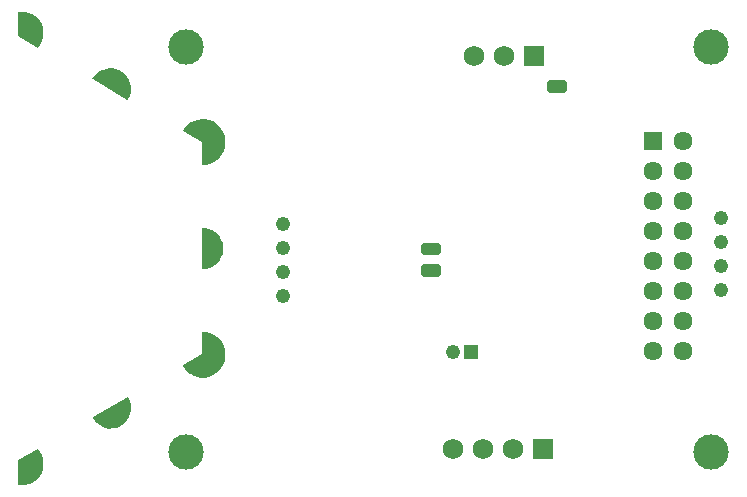
<source format=gbr>
G04 EAGLE Gerber RS-274X export*
G75*
%MOMM*%
%FSLAX34Y34*%
%LPD*%
%INSoldermask Bottom*%
%IPPOS*%
%AMOC8*
5,1,8,0,0,1.08239X$1,22.5*%
G01*
%ADD10C,3.001600*%
%ADD11C,1.244600*%
%ADD12R,1.752600X1.752600*%
%ADD13C,1.752600*%
%ADD14R,1.609600X1.609600*%
%ADD15C,1.609600*%
%ADD16R,1.244600X1.244600*%
%ADD17C,1.101600*%
%ADD18C,0.605878*%

G36*
X-246364Y-113442D02*
X-246364Y-113442D01*
X-246330Y-113434D01*
X-246281Y-113432D01*
X-243168Y-112774D01*
X-243136Y-112760D01*
X-243088Y-112750D01*
X-240128Y-111582D01*
X-240099Y-111563D01*
X-240053Y-111545D01*
X-237329Y-109900D01*
X-237304Y-109876D01*
X-237262Y-109851D01*
X-234851Y-107775D01*
X-234829Y-107747D01*
X-234792Y-107715D01*
X-232761Y-105266D01*
X-232744Y-105235D01*
X-232713Y-105197D01*
X-231119Y-102443D01*
X-231108Y-102410D01*
X-231083Y-102368D01*
X-229970Y-99387D01*
X-229965Y-99352D01*
X-229948Y-99306D01*
X-229348Y-96181D01*
X-229348Y-96146D01*
X-229339Y-96098D01*
X-229269Y-92917D01*
X-229275Y-92883D01*
X-229274Y-92834D01*
X-229735Y-89685D01*
X-229747Y-89652D01*
X-229754Y-89604D01*
X-230733Y-86577D01*
X-230751Y-86546D01*
X-230766Y-86499D01*
X-232237Y-83678D01*
X-232259Y-83651D01*
X-232281Y-83607D01*
X-234202Y-81070D01*
X-234228Y-81047D01*
X-234258Y-81008D01*
X-236575Y-78827D01*
X-236605Y-78809D01*
X-236640Y-78775D01*
X-239288Y-77011D01*
X-239321Y-76998D01*
X-239362Y-76971D01*
X-242267Y-75673D01*
X-242291Y-75668D01*
X-242310Y-75657D01*
X-242328Y-75654D01*
X-242346Y-75646D01*
X-245427Y-74851D01*
X-245462Y-74849D01*
X-245509Y-74837D01*
X-248680Y-74567D01*
X-248709Y-74570D01*
X-248739Y-74565D01*
X-248807Y-74581D01*
X-248877Y-74589D01*
X-248903Y-74604D01*
X-248932Y-74611D01*
X-248989Y-74653D01*
X-249050Y-74688D01*
X-249068Y-74711D01*
X-249092Y-74729D01*
X-249128Y-74789D01*
X-249171Y-74846D01*
X-249178Y-74874D01*
X-249194Y-74900D01*
X-249210Y-74996D01*
X-249221Y-75038D01*
X-249219Y-75050D01*
X-249221Y-75064D01*
X-249221Y-93775D01*
X-265471Y-103131D01*
X-265493Y-103151D01*
X-265520Y-103163D01*
X-265567Y-103216D01*
X-265620Y-103263D01*
X-265633Y-103289D01*
X-265653Y-103311D01*
X-265676Y-103378D01*
X-265706Y-103442D01*
X-265708Y-103472D01*
X-265717Y-103499D01*
X-265712Y-103570D01*
X-265715Y-103641D01*
X-265705Y-103669D01*
X-265703Y-103698D01*
X-265662Y-103786D01*
X-265659Y-103797D01*
X-265656Y-103801D01*
X-265646Y-103827D01*
X-265638Y-103836D01*
X-265632Y-103848D01*
X-263819Y-106463D01*
X-263794Y-106488D01*
X-263766Y-106528D01*
X-261543Y-108804D01*
X-261514Y-108824D01*
X-261480Y-108859D01*
X-258907Y-110732D01*
X-258876Y-110747D01*
X-258836Y-110775D01*
X-255988Y-112194D01*
X-255954Y-112203D01*
X-255910Y-112225D01*
X-252865Y-113148D01*
X-252830Y-113151D01*
X-252783Y-113165D01*
X-249627Y-113568D01*
X-249592Y-113565D01*
X-249543Y-113572D01*
X-246364Y-113442D01*
G37*
G36*
X-248694Y66440D02*
X-248694Y66440D01*
X-248680Y66439D01*
X-245509Y66709D01*
X-245476Y66719D01*
X-245427Y66723D01*
X-242346Y67518D01*
X-242314Y67533D01*
X-242267Y67545D01*
X-239362Y68843D01*
X-239333Y68863D01*
X-239288Y68883D01*
X-236640Y70647D01*
X-236615Y70672D01*
X-236575Y70699D01*
X-234258Y72880D01*
X-234238Y72909D01*
X-234202Y72942D01*
X-232281Y75479D01*
X-232266Y75511D01*
X-232237Y75550D01*
X-230766Y78371D01*
X-230756Y78405D01*
X-230733Y78449D01*
X-229754Y81476D01*
X-229750Y81511D01*
X-229735Y81557D01*
X-229274Y84706D01*
X-229276Y84741D01*
X-229269Y84789D01*
X-229339Y87970D01*
X-229347Y88005D01*
X-229348Y88053D01*
X-229948Y91178D01*
X-229961Y91211D01*
X-229970Y91259D01*
X-231083Y94240D01*
X-231102Y94269D01*
X-231119Y94315D01*
X-232713Y97069D01*
X-232736Y97095D01*
X-232761Y97138D01*
X-234792Y99587D01*
X-234819Y99609D01*
X-234851Y99647D01*
X-237262Y101723D01*
X-237292Y101740D01*
X-237329Y101772D01*
X-240053Y103417D01*
X-240086Y103429D01*
X-240128Y103454D01*
X-243088Y104622D01*
X-243122Y104628D01*
X-243168Y104646D01*
X-246281Y105304D01*
X-246316Y105304D01*
X-246364Y105314D01*
X-249543Y105444D01*
X-249578Y105438D01*
X-249627Y105440D01*
X-252783Y105037D01*
X-252816Y105026D01*
X-252865Y105020D01*
X-255910Y104097D01*
X-255941Y104080D01*
X-255988Y104066D01*
X-258836Y102647D01*
X-258864Y102626D01*
X-258907Y102604D01*
X-261480Y100731D01*
X-261503Y100705D01*
X-261543Y100676D01*
X-263766Y98400D01*
X-263785Y98370D01*
X-263819Y98335D01*
X-265632Y95720D01*
X-265644Y95693D01*
X-265663Y95671D01*
X-265683Y95603D01*
X-265711Y95538D01*
X-265711Y95508D01*
X-265719Y95480D01*
X-265711Y95410D01*
X-265712Y95339D01*
X-265700Y95312D01*
X-265697Y95282D01*
X-265662Y95221D01*
X-265635Y95155D01*
X-265614Y95135D01*
X-265599Y95109D01*
X-265524Y95047D01*
X-265493Y95017D01*
X-265482Y95012D01*
X-265471Y95003D01*
X-249221Y85647D01*
X-249221Y66936D01*
X-249215Y66907D01*
X-249218Y66877D01*
X-249196Y66810D01*
X-249182Y66741D01*
X-249165Y66717D01*
X-249156Y66688D01*
X-249109Y66635D01*
X-249069Y66577D01*
X-249044Y66561D01*
X-249024Y66539D01*
X-248961Y66508D01*
X-248902Y66470D01*
X-248872Y66465D01*
X-248845Y66452D01*
X-248748Y66444D01*
X-248705Y66437D01*
X-248694Y66440D01*
G37*
G36*
X-324700Y-156485D02*
X-324700Y-156485D01*
X-324666Y-156477D01*
X-324618Y-156476D01*
X-321858Y-155939D01*
X-321826Y-155926D01*
X-321778Y-155917D01*
X-319144Y-154933D01*
X-319115Y-154915D01*
X-319070Y-154898D01*
X-316634Y-153494D01*
X-316608Y-153471D01*
X-316566Y-153447D01*
X-314394Y-151662D01*
X-314372Y-151635D01*
X-314335Y-151604D01*
X-312487Y-149485D01*
X-312470Y-149455D01*
X-312438Y-149419D01*
X-310964Y-147025D01*
X-310952Y-146992D01*
X-310926Y-146951D01*
X-309866Y-144347D01*
X-309860Y-144313D01*
X-309841Y-144269D01*
X-309224Y-141526D01*
X-309224Y-141491D01*
X-309213Y-141444D01*
X-309056Y-138637D01*
X-309061Y-138602D01*
X-309060Y-138583D01*
X-309058Y-138571D01*
X-309059Y-138566D01*
X-309058Y-138554D01*
X-309365Y-135759D01*
X-309376Y-135726D01*
X-309381Y-135678D01*
X-310144Y-132972D01*
X-310159Y-132941D01*
X-310172Y-132895D01*
X-311370Y-130351D01*
X-311388Y-130328D01*
X-311398Y-130301D01*
X-311447Y-130249D01*
X-311489Y-130192D01*
X-311514Y-130177D01*
X-311534Y-130156D01*
X-311600Y-130127D01*
X-311661Y-130092D01*
X-311690Y-130088D01*
X-311716Y-130076D01*
X-311788Y-130075D01*
X-311858Y-130066D01*
X-311886Y-130074D01*
X-311915Y-130074D01*
X-312009Y-130108D01*
X-312050Y-130120D01*
X-312058Y-130127D01*
X-312071Y-130131D01*
X-341571Y-147131D01*
X-341593Y-147151D01*
X-341620Y-147163D01*
X-341667Y-147216D01*
X-341720Y-147263D01*
X-341733Y-147289D01*
X-341752Y-147311D01*
X-341776Y-147378D01*
X-341806Y-147442D01*
X-341808Y-147472D01*
X-341817Y-147499D01*
X-341812Y-147570D01*
X-341813Y-147582D01*
X-341814Y-147591D01*
X-341813Y-147594D01*
X-341815Y-147641D01*
X-341805Y-147668D01*
X-341803Y-147698D01*
X-341774Y-147760D01*
X-341768Y-147784D01*
X-341756Y-147800D01*
X-341746Y-147827D01*
X-341738Y-147836D01*
X-341733Y-147848D01*
X-340132Y-150160D01*
X-340107Y-150184D01*
X-340080Y-150224D01*
X-338121Y-152241D01*
X-338092Y-152260D01*
X-338059Y-152295D01*
X-335795Y-153962D01*
X-335763Y-153976D01*
X-335724Y-154005D01*
X-333217Y-155277D01*
X-333183Y-155286D01*
X-333140Y-155308D01*
X-330458Y-156149D01*
X-330423Y-156153D01*
X-330377Y-156167D01*
X-327593Y-156556D01*
X-327558Y-156554D01*
X-327510Y-156560D01*
X-324700Y-156485D01*
G37*
G36*
X-311955Y121950D02*
X-311955Y121950D01*
X-311884Y121956D01*
X-311859Y121970D01*
X-311830Y121975D01*
X-311771Y122015D01*
X-311708Y122048D01*
X-311690Y122070D01*
X-311665Y122087D01*
X-311608Y122169D01*
X-311581Y122201D01*
X-311578Y122212D01*
X-311570Y122223D01*
X-310372Y124767D01*
X-310364Y124801D01*
X-310344Y124844D01*
X-309581Y127550D01*
X-309578Y127585D01*
X-309565Y127631D01*
X-309258Y130426D01*
X-309261Y130461D01*
X-309256Y130509D01*
X-309413Y133316D01*
X-309422Y133349D01*
X-309424Y133398D01*
X-310041Y136141D01*
X-310056Y136172D01*
X-310066Y136219D01*
X-311126Y138823D01*
X-311145Y138852D01*
X-311164Y138897D01*
X-312638Y141291D01*
X-312662Y141316D01*
X-312687Y141357D01*
X-314535Y143476D01*
X-314563Y143497D01*
X-314594Y143534D01*
X-316766Y145319D01*
X-316797Y145336D01*
X-316834Y145366D01*
X-319270Y146770D01*
X-319303Y146781D01*
X-319344Y146805D01*
X-321978Y147789D01*
X-322013Y147794D01*
X-322058Y147811D01*
X-324818Y148348D01*
X-324852Y148348D01*
X-324900Y148357D01*
X-327710Y148432D01*
X-327744Y148426D01*
X-327793Y148428D01*
X-330577Y148039D01*
X-330610Y148028D01*
X-330658Y148021D01*
X-333340Y147180D01*
X-333371Y147163D01*
X-333417Y147149D01*
X-335924Y145877D01*
X-335952Y145855D01*
X-335995Y145834D01*
X-338259Y144167D01*
X-338282Y144141D01*
X-338321Y144113D01*
X-340280Y142096D01*
X-340299Y142067D01*
X-340332Y142032D01*
X-341933Y139720D01*
X-341944Y139693D01*
X-341963Y139671D01*
X-341983Y139603D01*
X-342011Y139537D01*
X-342011Y139508D01*
X-342019Y139480D01*
X-342011Y139410D01*
X-342012Y139339D01*
X-342000Y139312D01*
X-341997Y139283D01*
X-341962Y139221D01*
X-341935Y139155D01*
X-341914Y139135D01*
X-341900Y139109D01*
X-341823Y139046D01*
X-341792Y139016D01*
X-341782Y139012D01*
X-341771Y139003D01*
X-312271Y122003D01*
X-312244Y121994D01*
X-312220Y121978D01*
X-312150Y121963D01*
X-312083Y121940D01*
X-312054Y121943D01*
X-312025Y121937D01*
X-311955Y121950D01*
G37*
G36*
X-248695Y-21560D02*
X-248695Y-21560D01*
X-248681Y-21562D01*
X-245883Y-21330D01*
X-245849Y-21320D01*
X-245801Y-21316D01*
X-243080Y-20627D01*
X-243048Y-20612D01*
X-243002Y-20600D01*
X-240430Y-19472D01*
X-240402Y-19452D01*
X-240358Y-19433D01*
X-238007Y-17897D01*
X-237983Y-17873D01*
X-237942Y-17847D01*
X-235877Y-15945D01*
X-235864Y-15928D01*
X-235852Y-15919D01*
X-235841Y-15903D01*
X-235821Y-15884D01*
X-234096Y-13669D01*
X-234081Y-13638D01*
X-234051Y-13600D01*
X-232715Y-11130D01*
X-232705Y-11097D01*
X-232682Y-11055D01*
X-231770Y-8399D01*
X-231766Y-8365D01*
X-231750Y-8319D01*
X-231288Y-5550D01*
X-231289Y-5515D01*
X-231281Y-5468D01*
X-231281Y-2660D01*
X-231288Y-2626D01*
X-231288Y-2578D01*
X-231750Y191D01*
X-231762Y224D01*
X-231770Y271D01*
X-232682Y2927D01*
X-232699Y2957D01*
X-232715Y3002D01*
X-234051Y5472D01*
X-234073Y5498D01*
X-234096Y5541D01*
X-235821Y7756D01*
X-235847Y7779D01*
X-235877Y7817D01*
X-237942Y9719D01*
X-237972Y9737D01*
X-238007Y9769D01*
X-240358Y11305D01*
X-240390Y11318D01*
X-240430Y11344D01*
X-243002Y12472D01*
X-243035Y12479D01*
X-243080Y12499D01*
X-245801Y13188D01*
X-245836Y13190D01*
X-245883Y13202D01*
X-248681Y13434D01*
X-248710Y13430D01*
X-248739Y13435D01*
X-248808Y13419D01*
X-248878Y13410D01*
X-248904Y13396D01*
X-248932Y13389D01*
X-248989Y13347D01*
X-249051Y13312D01*
X-249069Y13288D01*
X-249092Y13271D01*
X-249128Y13210D01*
X-249171Y13153D01*
X-249179Y13125D01*
X-249194Y13100D01*
X-249210Y13002D01*
X-249221Y12961D01*
X-249219Y12950D01*
X-249221Y12936D01*
X-249221Y-21064D01*
X-249215Y-21093D01*
X-249218Y-21122D01*
X-249196Y-21189D01*
X-249182Y-21259D01*
X-249165Y-21283D01*
X-249156Y-21311D01*
X-249109Y-21364D01*
X-249069Y-21423D01*
X-249045Y-21439D01*
X-249025Y-21461D01*
X-248961Y-21492D01*
X-248902Y-21530D01*
X-248873Y-21535D01*
X-248847Y-21547D01*
X-248747Y-21556D01*
X-248705Y-21563D01*
X-248695Y-21560D01*
G37*
G36*
X-398783Y-204283D02*
X-398783Y-204283D01*
X-398750Y-204274D01*
X-398703Y-204270D01*
X-395884Y-203573D01*
X-395853Y-203558D01*
X-395807Y-203547D01*
X-393138Y-202402D01*
X-393110Y-202383D01*
X-393066Y-202364D01*
X-390618Y-200801D01*
X-390594Y-200778D01*
X-390554Y-200752D01*
X-388391Y-198813D01*
X-388371Y-198786D01*
X-388336Y-198754D01*
X-386517Y-196490D01*
X-386501Y-196460D01*
X-386471Y-196423D01*
X-385043Y-193894D01*
X-385033Y-193862D01*
X-385009Y-193820D01*
X-384011Y-191093D01*
X-384006Y-191059D01*
X-383989Y-191015D01*
X-383446Y-188162D01*
X-383446Y-188128D01*
X-383437Y-188081D01*
X-383364Y-185178D01*
X-383370Y-185144D01*
X-383369Y-185097D01*
X-383767Y-182220D01*
X-383778Y-182188D01*
X-383785Y-182141D01*
X-384644Y-179367D01*
X-384656Y-179346D01*
X-384657Y-179343D01*
X-384661Y-179337D01*
X-384675Y-179292D01*
X-385973Y-176694D01*
X-385994Y-176667D01*
X-386015Y-176624D01*
X-387718Y-174271D01*
X-387778Y-174216D01*
X-387834Y-174156D01*
X-387851Y-174149D01*
X-387864Y-174137D01*
X-387941Y-174109D01*
X-388016Y-174076D01*
X-388034Y-174076D01*
X-388051Y-174070D01*
X-388133Y-174075D01*
X-388215Y-174074D01*
X-388234Y-174080D01*
X-388250Y-174081D01*
X-388290Y-174101D01*
X-388371Y-174131D01*
X-404871Y-183631D01*
X-404930Y-183683D01*
X-404992Y-183729D01*
X-405004Y-183748D01*
X-405020Y-183763D01*
X-405054Y-183833D01*
X-405094Y-183900D01*
X-405098Y-183925D01*
X-405106Y-183942D01*
X-405108Y-183987D01*
X-405121Y-184064D01*
X-405111Y-203774D01*
X-405094Y-203859D01*
X-405081Y-203946D01*
X-405074Y-203956D01*
X-405072Y-203969D01*
X-405022Y-204041D01*
X-404977Y-204115D01*
X-404966Y-204122D01*
X-404959Y-204133D01*
X-404886Y-204180D01*
X-404815Y-204230D01*
X-404801Y-204234D01*
X-404791Y-204240D01*
X-404749Y-204247D01*
X-404654Y-204272D01*
X-401760Y-204513D01*
X-401726Y-204509D01*
X-401678Y-204514D01*
X-398783Y-204283D01*
G37*
G36*
X-388101Y165947D02*
X-388101Y165947D01*
X-388019Y165948D01*
X-388002Y165955D01*
X-387984Y165956D01*
X-387911Y165994D01*
X-387836Y166027D01*
X-387822Y166041D01*
X-387808Y166048D01*
X-387779Y166083D01*
X-387718Y166143D01*
X-386015Y168496D01*
X-386001Y168527D01*
X-385973Y168566D01*
X-384675Y171164D01*
X-384666Y171197D01*
X-384644Y171239D01*
X-383785Y174013D01*
X-383781Y174047D01*
X-383767Y174092D01*
X-383369Y176969D01*
X-383371Y177003D01*
X-383364Y177050D01*
X-383437Y179953D01*
X-383445Y179987D01*
X-383446Y180034D01*
X-383989Y182887D01*
X-384002Y182919D01*
X-384011Y182965D01*
X-385009Y185692D01*
X-385027Y185722D01*
X-385043Y185766D01*
X-386471Y188295D01*
X-386494Y188321D01*
X-386517Y188362D01*
X-388336Y190626D01*
X-388362Y190648D01*
X-388391Y190685D01*
X-390554Y192624D01*
X-390583Y192642D01*
X-390618Y192673D01*
X-393066Y194236D01*
X-393098Y194248D01*
X-393138Y194274D01*
X-395807Y195419D01*
X-395840Y195426D01*
X-395884Y195445D01*
X-398703Y196142D01*
X-398737Y196144D01*
X-398783Y196155D01*
X-401678Y196386D01*
X-401712Y196382D01*
X-401760Y196385D01*
X-404654Y196144D01*
X-404737Y196119D01*
X-404822Y196099D01*
X-404832Y196091D01*
X-404844Y196088D01*
X-404912Y196033D01*
X-404982Y195981D01*
X-404989Y195970D01*
X-404999Y195962D01*
X-405039Y195885D01*
X-405083Y195810D01*
X-405086Y195796D01*
X-405091Y195786D01*
X-405095Y195743D01*
X-405111Y195646D01*
X-405121Y175936D01*
X-405106Y175860D01*
X-405097Y175782D01*
X-405086Y175763D01*
X-405082Y175741D01*
X-405038Y175677D01*
X-404999Y175609D01*
X-404980Y175593D01*
X-404969Y175577D01*
X-404935Y175556D01*
X-404932Y175552D01*
X-404923Y175546D01*
X-404871Y175503D01*
X-388371Y166003D01*
X-388294Y165977D01*
X-388217Y165946D01*
X-388199Y165946D01*
X-388182Y165940D01*
X-388101Y165947D01*
G37*
D10*
X-262418Y166823D03*
X-262418Y-176077D03*
X182082Y-176077D03*
X182082Y166823D03*
D11*
X-180594Y16383D03*
X-180594Y-44577D03*
X-180594Y-24257D03*
X-180594Y-3937D03*
D12*
X39497Y-173736D03*
D13*
X14097Y-173736D03*
X-11303Y-173736D03*
X-36703Y-173736D03*
D14*
X132334Y86995D03*
D15*
X157734Y86995D03*
X132334Y61595D03*
X157734Y61595D03*
X132334Y36195D03*
X157734Y36195D03*
X132334Y10795D03*
X157734Y10795D03*
X132334Y-14605D03*
X157734Y-14605D03*
X132334Y-40005D03*
X157734Y-40005D03*
X132334Y-65405D03*
X157734Y-65405D03*
X132334Y-90805D03*
X157734Y-90805D03*
D12*
X31750Y158750D03*
D13*
X6350Y158750D03*
X-19050Y158750D03*
D11*
X190119Y21590D03*
X190119Y1270D03*
X190119Y-39370D03*
X190119Y-19050D03*
D16*
X-21456Y-92075D03*
D11*
X-36456Y-92075D03*
D17*
X-241822Y89936D03*
X-394462Y180126D03*
X-394462Y-190794D03*
X-241822Y-98064D03*
X-241822Y-4064D03*
D18*
X-61105Y-19619D02*
X-50147Y-19619D01*
X-50147Y-24577D01*
X-61105Y-24577D01*
X-61105Y-19619D01*
X-61232Y-1712D02*
X-50274Y-1712D01*
X-50274Y-6670D01*
X-61232Y-6670D01*
X-61232Y-1712D01*
X45321Y135829D02*
X56279Y135829D01*
X56279Y130871D01*
X45321Y130871D01*
X45321Y135829D01*
M02*

</source>
